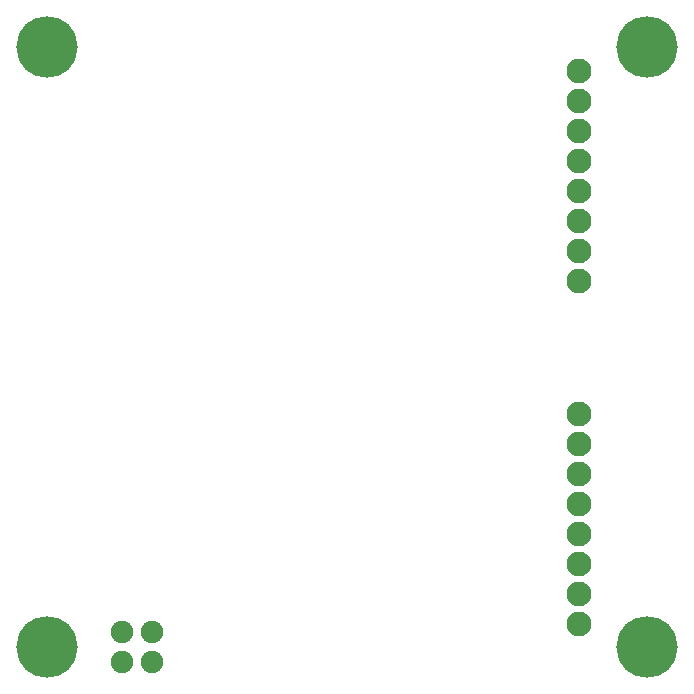
<source format=gbs>
G04 Layer: BottomSolderMaskLayer*
G04 Panelize: , Column: 2, Row: 2, Board Size: 58.42mm x 58.42mm, Panelized Board Size: 118.84mm x 118.84mm*
G04 EasyEDA v6.5.34, 2023-09-06 22:34:46*
G04 a2432957869647e6a6caa226728471f4,5a6b42c53f6a479593ecc07194224c93,10*
G04 Gerber Generator version 0.2*
G04 Scale: 100 percent, Rotated: No, Reflected: No *
G04 Dimensions in millimeters *
G04 leading zeros omitted , absolute positions ,4 integer and 5 decimal *
%FSLAX45Y45*%
%MOMM*%

%ADD10C,5.2032*%
%ADD11C,2.1016*%
%ADD12C,1.9016*%

%LPD*%
D10*
G01*
X5461000Y381000D03*
G01*
X381000Y381000D03*
G01*
X381000Y5461000D03*
G01*
X5461000Y5461000D03*
D11*
G01*
X4885893Y5255895D03*
G01*
X4885893Y5001895D03*
G01*
X4885893Y4747895D03*
G01*
X4885893Y4493895D03*
G01*
X4885893Y4239895D03*
G01*
X4885893Y3985895D03*
G01*
X4885893Y3731895D03*
G01*
X4885893Y3477895D03*
G01*
X4885918Y569595D03*
G01*
X4885918Y823595D03*
G01*
X4885918Y1077595D03*
G01*
X4885918Y1331595D03*
G01*
X4885918Y1585595D03*
G01*
X4885918Y1839595D03*
G01*
X4885918Y2093595D03*
G01*
X4885918Y2347595D03*
D12*
G01*
X1016000Y254000D03*
G01*
X1016000Y508000D03*
G01*
X1270000Y508000D03*
G01*
X1270000Y254000D03*
M02*

</source>
